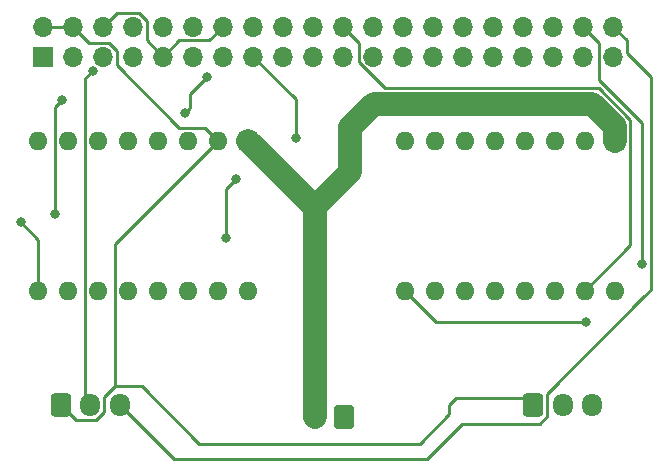
<source format=gtl>
G04 #@! TF.GenerationSoftware,KiCad,Pcbnew,(6.0.4-0)*
G04 #@! TF.CreationDate,2022-04-11T19:30:25+03:00*
G04 #@! TF.ProjectId,rpi_motor_pcb,7270695f-6d6f-4746-9f72-5f7063622e6b,rev?*
G04 #@! TF.SameCoordinates,Original*
G04 #@! TF.FileFunction,Copper,L1,Top*
G04 #@! TF.FilePolarity,Positive*
%FSLAX46Y46*%
G04 Gerber Fmt 4.6, Leading zero omitted, Abs format (unit mm)*
G04 Created by KiCad (PCBNEW (6.0.4-0)) date 2022-04-11 19:30:25*
%MOMM*%
%LPD*%
G01*
G04 APERTURE LIST*
G04 Aperture macros list*
%AMRoundRect*
0 Rectangle with rounded corners*
0 $1 Rounding radius*
0 $2 $3 $4 $5 $6 $7 $8 $9 X,Y pos of 4 corners*
0 Add a 4 corners polygon primitive as box body*
4,1,4,$2,$3,$4,$5,$6,$7,$8,$9,$2,$3,0*
0 Add four circle primitives for the rounded corners*
1,1,$1+$1,$2,$3*
1,1,$1+$1,$4,$5*
1,1,$1+$1,$6,$7*
1,1,$1+$1,$8,$9*
0 Add four rect primitives between the rounded corners*
20,1,$1+$1,$2,$3,$4,$5,0*
20,1,$1+$1,$4,$5,$6,$7,0*
20,1,$1+$1,$6,$7,$8,$9,0*
20,1,$1+$1,$8,$9,$2,$3,0*%
G04 Aperture macros list end*
G04 #@! TA.AperFunction,ComponentPad*
%ADD10RoundRect,0.250000X-0.600000X-0.725000X0.600000X-0.725000X0.600000X0.725000X-0.600000X0.725000X0*%
G04 #@! TD*
G04 #@! TA.AperFunction,ComponentPad*
%ADD11O,1.700000X1.950000*%
G04 #@! TD*
G04 #@! TA.AperFunction,ComponentPad*
%ADD12RoundRect,0.250000X0.600000X0.750000X-0.600000X0.750000X-0.600000X-0.750000X0.600000X-0.750000X0*%
G04 #@! TD*
G04 #@! TA.AperFunction,ComponentPad*
%ADD13O,1.700000X2.000000*%
G04 #@! TD*
G04 #@! TA.AperFunction,ComponentPad*
%ADD14R,1.600000X1.600000*%
G04 #@! TD*
G04 #@! TA.AperFunction,ComponentPad*
%ADD15O,1.600000X1.600000*%
G04 #@! TD*
G04 #@! TA.AperFunction,ComponentPad*
%ADD16R,1.700000X1.700000*%
G04 #@! TD*
G04 #@! TA.AperFunction,ComponentPad*
%ADD17O,1.700000X1.700000*%
G04 #@! TD*
G04 #@! TA.AperFunction,ViaPad*
%ADD18C,0.800000*%
G04 #@! TD*
G04 #@! TA.AperFunction,Conductor*
%ADD19C,2.000000*%
G04 #@! TD*
G04 #@! TA.AperFunction,Conductor*
%ADD20C,0.250000*%
G04 #@! TD*
G04 APERTURE END LIST*
D10*
G04 #@! TO.P,J3,1,Pin_1*
G04 #@! TO.N,Net-(J1-Pad2)*
X38000000Y-60475000D03*
D11*
G04 #@! TO.P,J3,2,Pin_2*
G04 #@! TO.N,Net-(J1-Pad20)*
X40500000Y-60475000D03*
G04 #@! TO.P,J3,3,Pin_3*
G04 #@! TO.N,/Y+*
X43000000Y-60475000D03*
G04 #@! TD*
D12*
G04 #@! TO.P,J4,1,Pin_1*
G04 #@! TO.N,/Vmot*
X62000000Y-61500000D03*
D13*
G04 #@! TO.P,J4,2,Pin_2*
G04 #@! TO.N,Net-(A1-Pad1)*
X59500000Y-61500000D03*
G04 #@! TD*
D14*
G04 #@! TO.P,A2,1,GND*
G04 #@! TO.N,Net-(A1-Pad1)*
X84890000Y-38160000D03*
D15*
G04 #@! TO.P,A2,2,VDD*
G04 #@! TO.N,Net-(J1-Pad2)*
X82350000Y-38160000D03*
G04 #@! TO.P,A2,3,1B*
G04 #@! TO.N,unconnected-(A2-Pad3)*
X79810000Y-38160000D03*
G04 #@! TO.P,A2,4,1A*
G04 #@! TO.N,unconnected-(A2-Pad4)*
X77270000Y-38160000D03*
G04 #@! TO.P,A2,5,2A*
G04 #@! TO.N,unconnected-(A2-Pad5)*
X74730000Y-38160000D03*
G04 #@! TO.P,A2,6,2B*
G04 #@! TO.N,unconnected-(A2-Pad6)*
X72190000Y-38160000D03*
G04 #@! TO.P,A2,7,GND*
G04 #@! TO.N,Net-(A1-Pad1)*
X69650000Y-38160000D03*
G04 #@! TO.P,A2,8,VMOT*
G04 #@! TO.N,/Vmot*
X67110000Y-38160000D03*
G04 #@! TO.P,A2,9,~{ENABLE}*
G04 #@! TO.N,/MotY En*
X67110000Y-50860000D03*
G04 #@! TO.P,A2,10,MS1*
G04 #@! TO.N,unconnected-(A2-Pad10)*
X69650000Y-50860000D03*
G04 #@! TO.P,A2,11,MS2*
G04 #@! TO.N,unconnected-(A2-Pad11)*
X72190000Y-50860000D03*
G04 #@! TO.P,A2,12,MS3*
G04 #@! TO.N,unconnected-(A2-Pad12)*
X74730000Y-50860000D03*
G04 #@! TO.P,A2,13,~{RESET}*
G04 #@! TO.N,unconnected-(A2-Pad13)*
X77270000Y-50860000D03*
G04 #@! TO.P,A2,14,~{SLEEP}*
G04 #@! TO.N,unconnected-(A2-Pad14)*
X79810000Y-50860000D03*
G04 #@! TO.P,A2,15,STEP*
G04 #@! TO.N,/MotY Step*
X82350000Y-50860000D03*
G04 #@! TO.P,A2,16,DIR*
G04 #@! TO.N,/MotY DIR*
X84890000Y-50860000D03*
G04 #@! TD*
D14*
G04 #@! TO.P,A1,1,GND*
G04 #@! TO.N,Net-(A1-Pad1)*
X53890000Y-38160000D03*
D15*
G04 #@! TO.P,A1,2,VDD*
G04 #@! TO.N,Net-(J1-Pad2)*
X51350000Y-38160000D03*
G04 #@! TO.P,A1,3,1B*
G04 #@! TO.N,unconnected-(A1-Pad3)*
X48810000Y-38160000D03*
G04 #@! TO.P,A1,4,1A*
G04 #@! TO.N,unconnected-(A1-Pad4)*
X46270000Y-38160000D03*
G04 #@! TO.P,A1,5,2A*
G04 #@! TO.N,unconnected-(A1-Pad5)*
X43730000Y-38160000D03*
G04 #@! TO.P,A1,6,2B*
G04 #@! TO.N,unconnected-(A1-Pad6)*
X41190000Y-38160000D03*
G04 #@! TO.P,A1,7,GND*
G04 #@! TO.N,Net-(A1-Pad1)*
X38650000Y-38160000D03*
G04 #@! TO.P,A1,8,VMOT*
G04 #@! TO.N,/Vmot*
X36110000Y-38160000D03*
G04 #@! TO.P,A1,9,~{ENABLE}*
G04 #@! TO.N,/MotX En*
X36110000Y-50860000D03*
G04 #@! TO.P,A1,10,MS1*
G04 #@! TO.N,unconnected-(A1-Pad10)*
X38650000Y-50860000D03*
G04 #@! TO.P,A1,11,MS2*
G04 #@! TO.N,unconnected-(A1-Pad11)*
X41190000Y-50860000D03*
G04 #@! TO.P,A1,12,MS3*
G04 #@! TO.N,unconnected-(A1-Pad12)*
X43730000Y-50860000D03*
G04 #@! TO.P,A1,13,~{RESET}*
G04 #@! TO.N,unconnected-(A1-Pad13)*
X46270000Y-50860000D03*
G04 #@! TO.P,A1,14,~{SLEEP}*
G04 #@! TO.N,unconnected-(A1-Pad14)*
X48810000Y-50860000D03*
G04 #@! TO.P,A1,15,STEP*
G04 #@! TO.N,/MotX Step*
X51350000Y-50860000D03*
G04 #@! TO.P,A1,16,DIR*
G04 #@! TO.N,/MotX DIR*
X53890000Y-50860000D03*
G04 #@! TD*
D10*
G04 #@! TO.P,J2,1,Pin_1*
G04 #@! TO.N,Net-(J1-Pad2)*
X78000000Y-60500000D03*
D11*
G04 #@! TO.P,J2,2,Pin_2*
G04 #@! TO.N,Net-(J1-Pad20)*
X80500000Y-60500000D03*
G04 #@! TO.P,J2,3,Pin_3*
G04 #@! TO.N,/X+*
X83000000Y-60500000D03*
G04 #@! TD*
D16*
G04 #@! TO.P,J1,1,3V3*
G04 #@! TO.N,unconnected-(J1-Pad1)*
X36500000Y-31000000D03*
D17*
G04 #@! TO.P,J1,2,5V*
G04 #@! TO.N,Net-(J1-Pad2)*
X36500000Y-28460000D03*
G04 #@! TO.P,J1,3,SDA/GPIO2*
G04 #@! TO.N,unconnected-(J1-Pad3)*
X39040000Y-31000000D03*
G04 #@! TO.P,J1,4,5V*
G04 #@! TO.N,Net-(J1-Pad2)*
X39040000Y-28460000D03*
G04 #@! TO.P,J1,5,SCL/GPIO3*
G04 #@! TO.N,unconnected-(J1-Pad5)*
X41580000Y-31000000D03*
G04 #@! TO.P,J1,6,GND*
G04 #@! TO.N,Net-(J1-Pad20)*
X41580000Y-28460000D03*
G04 #@! TO.P,J1,7,GCLK0/GPIO4*
G04 #@! TO.N,unconnected-(J1-Pad7)*
X44120000Y-31000000D03*
G04 #@! TO.P,J1,8,GPIO14/TXD*
G04 #@! TO.N,unconnected-(J1-Pad8)*
X44120000Y-28460000D03*
G04 #@! TO.P,J1,9,GND*
G04 #@! TO.N,Net-(J1-Pad20)*
X46660000Y-31000000D03*
G04 #@! TO.P,J1,10,GPIO15/RXD*
G04 #@! TO.N,unconnected-(J1-Pad10)*
X46660000Y-28460000D03*
G04 #@! TO.P,J1,11,GPIO17*
G04 #@! TO.N,/MotX Step*
X49200000Y-31000000D03*
G04 #@! TO.P,J1,12,GPIO18/PWM0*
G04 #@! TO.N,unconnected-(J1-Pad12)*
X49200000Y-28460000D03*
G04 #@! TO.P,J1,13,GPIO27*
G04 #@! TO.N,unconnected-(J1-Pad13)*
X51740000Y-31000000D03*
G04 #@! TO.P,J1,14,GND*
G04 #@! TO.N,Net-(J1-Pad20)*
X51740000Y-28460000D03*
G04 #@! TO.P,J1,15,GPIO22*
G04 #@! TO.N,/MotX DIR*
X54280000Y-31000000D03*
G04 #@! TO.P,J1,16,GPIO23*
G04 #@! TO.N,/MotX En*
X54280000Y-28460000D03*
G04 #@! TO.P,J1,17,3V3*
G04 #@! TO.N,unconnected-(J1-Pad17)*
X56820000Y-31000000D03*
G04 #@! TO.P,J1,18,GPIO24*
G04 #@! TO.N,/MotY DIR*
X56820000Y-28460000D03*
G04 #@! TO.P,J1,19,MOSI0/GPIO10*
G04 #@! TO.N,unconnected-(J1-Pad19)*
X59360000Y-31000000D03*
G04 #@! TO.P,J1,20,GND*
G04 #@! TO.N,Net-(J1-Pad20)*
X59360000Y-28460000D03*
G04 #@! TO.P,J1,21,MISO0/GPIO9*
G04 #@! TO.N,unconnected-(J1-Pad21)*
X61900000Y-31000000D03*
G04 #@! TO.P,J1,22,GPIO25*
G04 #@! TO.N,/MotY Step*
X61900000Y-28460000D03*
G04 #@! TO.P,J1,23,SCLK0/GPIO11*
G04 #@! TO.N,unconnected-(J1-Pad23)*
X64440000Y-31000000D03*
G04 #@! TO.P,J1,24,~{CE0}/GPIO8*
G04 #@! TO.N,unconnected-(J1-Pad24)*
X64440000Y-28460000D03*
G04 #@! TO.P,J1,25,GND*
G04 #@! TO.N,Net-(J1-Pad20)*
X66980000Y-31000000D03*
G04 #@! TO.P,J1,26,~{CE1}/GPIO7*
G04 #@! TO.N,unconnected-(J1-Pad26)*
X66980000Y-28460000D03*
G04 #@! TO.P,J1,27,ID_SD/GPIO0*
G04 #@! TO.N,unconnected-(J1-Pad27)*
X69520000Y-31000000D03*
G04 #@! TO.P,J1,28,ID_SC/GPIO1*
G04 #@! TO.N,unconnected-(J1-Pad28)*
X69520000Y-28460000D03*
G04 #@! TO.P,J1,29,GCLK1/GPIO5*
G04 #@! TO.N,unconnected-(J1-Pad29)*
X72060000Y-31000000D03*
G04 #@! TO.P,J1,30,GND*
G04 #@! TO.N,Net-(J1-Pad20)*
X72060000Y-28460000D03*
G04 #@! TO.P,J1,31,GCLK2/GPIO6*
G04 #@! TO.N,unconnected-(J1-Pad31)*
X74600000Y-31000000D03*
G04 #@! TO.P,J1,32,PWM0/GPIO12*
G04 #@! TO.N,/MotY En*
X74600000Y-28460000D03*
G04 #@! TO.P,J1,33,PWM1/GPIO13*
G04 #@! TO.N,unconnected-(J1-Pad33)*
X77140000Y-31000000D03*
G04 #@! TO.P,J1,34,GND*
G04 #@! TO.N,Net-(J1-Pad20)*
X77140000Y-28460000D03*
G04 #@! TO.P,J1,35,GPIO19/MISO1*
G04 #@! TO.N,unconnected-(J1-Pad35)*
X79680000Y-31000000D03*
G04 #@! TO.P,J1,36,GPIO16*
G04 #@! TO.N,unconnected-(J1-Pad36)*
X79680000Y-28460000D03*
G04 #@! TO.P,J1,37,GPIO26*
G04 #@! TO.N,unconnected-(J1-Pad37)*
X82220000Y-31000000D03*
G04 #@! TO.P,J1,38,GPIO20/MOSI1*
G04 #@! TO.N,/X+*
X82220000Y-28460000D03*
G04 #@! TO.P,J1,39,GND*
G04 #@! TO.N,Net-(J1-Pad20)*
X84760000Y-31000000D03*
G04 #@! TO.P,J1,40,GPIO21/SCLK1*
G04 #@! TO.N,/Y+*
X84760000Y-28460000D03*
G04 #@! TD*
D18*
G04 #@! TO.N,/MotX En*
X48500000Y-35800000D03*
X34600000Y-45000000D03*
X50400000Y-32700000D03*
G04 #@! TO.N,/MotX Step*
X37500000Y-44300000D03*
X38100000Y-34700000D03*
G04 #@! TO.N,/MotX DIR*
X52000000Y-46400000D03*
X52800000Y-41400000D03*
X57900000Y-37900000D03*
G04 #@! TO.N,/MotY En*
X82500000Y-53500000D03*
G04 #@! TO.N,/X+*
X87224500Y-48600000D03*
G04 #@! TO.N,Net-(J1-Pad20)*
X40700000Y-32200000D03*
G04 #@! TD*
D19*
G04 #@! TO.N,Net-(A1-Pad1)*
X84890000Y-36890000D02*
X83000000Y-35000000D01*
X62500000Y-37000000D02*
X62500000Y-40770000D01*
X53890000Y-38160000D02*
X59500000Y-43770000D01*
X64500000Y-35000000D02*
X62500000Y-37000000D01*
X83000000Y-35000000D02*
X64500000Y-35000000D01*
X62500000Y-40770000D02*
X59500000Y-43770000D01*
X84890000Y-38160000D02*
X84890000Y-36890000D01*
X59500000Y-43770000D02*
X59500000Y-61500000D01*
D20*
G04 #@! TO.N,/MotX En*
X50400000Y-32700000D02*
X48900000Y-34200000D01*
X34600000Y-45000000D02*
X36110000Y-46510000D01*
X48900000Y-34200000D02*
X48900000Y-35300000D01*
X48900000Y-35400000D02*
X48500000Y-35800000D01*
X36110000Y-46510000D02*
X36110000Y-50860000D01*
X48900000Y-35300000D02*
X48900000Y-35400000D01*
G04 #@! TO.N,/MotX Step*
X37500000Y-44300000D02*
X37500000Y-35300000D01*
X37500000Y-35300000D02*
X38100000Y-34700000D01*
G04 #@! TO.N,/MotX DIR*
X52000000Y-46400000D02*
X52000000Y-42200000D01*
X57900000Y-34620000D02*
X54280000Y-31000000D01*
X52000000Y-42200000D02*
X52800000Y-41400000D01*
X57900000Y-37900000D02*
X57900000Y-34620000D01*
G04 #@! TO.N,/MotY En*
X82500000Y-53500000D02*
X69750000Y-53500000D01*
X69750000Y-53500000D02*
X67110000Y-50860000D01*
G04 #@! TO.N,/MotY Step*
X86214520Y-36341366D02*
X86214520Y-46995480D01*
X83548634Y-33675480D02*
X86214520Y-36341366D01*
X63265489Y-29825489D02*
X63265489Y-31486499D01*
X61900000Y-28460000D02*
X63265489Y-29825489D01*
X86214520Y-46995480D02*
X82350000Y-50860000D01*
X65454470Y-33675480D02*
X83548634Y-33675480D01*
X63265489Y-31486499D02*
X65454470Y-33675480D01*
G04 #@! TO.N,/X+*
X83585489Y-29825489D02*
X83585489Y-32985489D01*
X82220000Y-28460000D02*
X83585489Y-29825489D01*
X83585489Y-32985489D02*
X87224500Y-36624500D01*
X87224500Y-36624500D02*
X87224500Y-48600000D01*
G04 #@! TO.N,/Y+*
X72000000Y-62100000D02*
X69000000Y-65100000D01*
X79174520Y-61462973D02*
X78537493Y-62100000D01*
X69000000Y-65100000D02*
X47625000Y-65100000D01*
X79174520Y-59537027D02*
X79174520Y-61462973D01*
X87400000Y-51311547D02*
X79174520Y-59537027D01*
X87949011Y-50762536D02*
X87949011Y-32749011D01*
X47625000Y-65100000D02*
X43000000Y-60475000D01*
X87400000Y-51311547D02*
X87949011Y-50762536D01*
X84760000Y-28460000D02*
X85934511Y-29634511D01*
X85934511Y-30734511D02*
X85934511Y-29634511D01*
X87949011Y-32749011D02*
X85934511Y-30734511D01*
X78537493Y-62100000D02*
X72000000Y-62100000D01*
G04 #@! TO.N,Net-(J1-Pad20)*
X48025489Y-29634511D02*
X50565489Y-29634511D01*
X45294511Y-27973501D02*
X45294511Y-29634511D01*
X40065489Y-32834511D02*
X40700000Y-32200000D01*
X40500000Y-60475000D02*
X40065489Y-60040489D01*
X45294511Y-29634511D02*
X46660000Y-31000000D01*
X40065489Y-60040489D02*
X40065489Y-32834511D01*
X50565489Y-29634511D02*
X51740000Y-28460000D01*
X41580000Y-28460000D02*
X42754511Y-27285489D01*
X46660000Y-31000000D02*
X48025489Y-29634511D01*
X42754511Y-27285489D02*
X44606499Y-27285489D01*
X44606499Y-27285489D02*
X45294511Y-27973501D01*
G04 #@! TO.N,Net-(J1-Pad2)*
X71500000Y-59900000D02*
X77400000Y-59900000D01*
X42600000Y-58938018D02*
X44838018Y-58938018D01*
X50225489Y-37035489D02*
X51350000Y-38160000D01*
X77400000Y-59900000D02*
X78000000Y-60500000D01*
X39299520Y-61774520D02*
X38000000Y-60475000D01*
X51350000Y-38160000D02*
X42600000Y-46910000D01*
X44838018Y-58938018D02*
X49700000Y-63800000D01*
X48035489Y-37035489D02*
X50225489Y-37035489D01*
X39040000Y-28460000D02*
X40405489Y-29825489D01*
X70900000Y-61300000D02*
X70900000Y-60500000D01*
X40405489Y-29825489D02*
X42066499Y-29825489D01*
X42600000Y-58938018D02*
X41674520Y-59863498D01*
X41674520Y-61086502D02*
X40986502Y-61774520D01*
X49700000Y-63800000D02*
X68400000Y-63800000D01*
X68400000Y-63800000D02*
X70900000Y-61300000D01*
X42066499Y-29825489D02*
X42754511Y-30513501D01*
X42600000Y-46910000D02*
X42600000Y-58938018D01*
X36500000Y-28460000D02*
X39040000Y-28460000D01*
X42754511Y-30513501D02*
X42754511Y-31754511D01*
X41674520Y-59863498D02*
X41674520Y-61086502D01*
X40986502Y-61774520D02*
X39299520Y-61774520D01*
X70900000Y-60500000D02*
X71500000Y-59900000D01*
X42754511Y-31754511D02*
X48035489Y-37035489D01*
G04 #@! TD*
M02*

</source>
